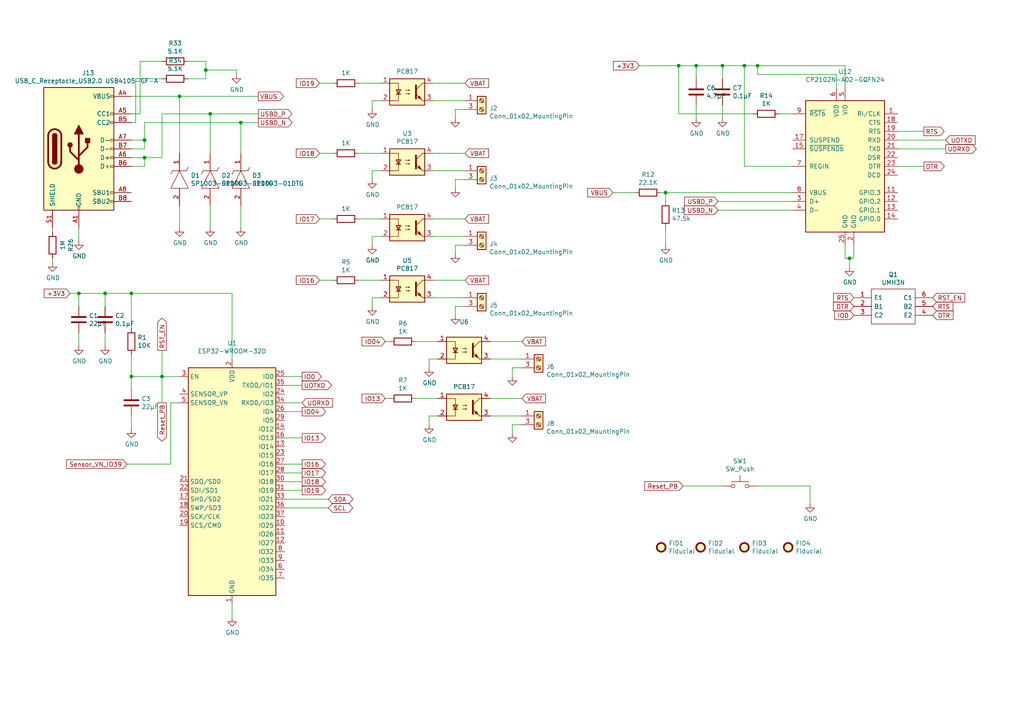
<source format=kicad_sch>
(kicad_sch (version 20230121) (generator eeschema)
  (paper "A4")
  (title_block (title "Testboard V2.3") (date "2021-12-11") (rev "V0.2") (company "Ratamuse"))
  (lib_symbols
    (symbol "Connector:USB_C_Receptacle_USB2.0" (pin_names (offset 1.016))
      (property "Reference" "J" (at -10.16 19.05 0))
      (property "Value" "USB_C_Receptacle_USB2.0" (at 19.05 19.05 0))
      (symbol "USB_C_Receptacle_USB2.0_0_0"
        (rectangle (start -0.254 -17.78) (end 0.254 -16.764))
        (rectangle (start 10.16 -14.986) (end 9.144 -15.494))
        (rectangle (start 10.16 -12.446) (end 9.144 -12.954))
        (rectangle (start 10.16 -4.826) (end 9.144 -5.334))
        (rectangle (start 10.16 -2.286) (end 9.144 -2.794))
        (rectangle (start 10.16 0.254) (end 9.144 -0.254))
        (rectangle (start 10.16 2.794) (end 9.144 2.286))
        (rectangle (start 10.16 7.874) (end 9.144 7.366))
        (rectangle (start 10.16 10.414) (end 9.144 9.906))
        (rectangle (start 10.16 15.494) (end 9.144 14.986))
      )
      (symbol "USB_C_Receptacle_USB2.0_0_1"
        (rectangle (start -10.16 17.78) (end 10.16 -17.78) (stroke (width 0.254)) (fill (type background)))
        (arc (start -8.89 -3.81) (mid -6.985 -5.7067) (end -5.08 -3.81) (stroke (width 0.508)))
        (arc (start -7.62 -3.81) (mid -6.985 -4.4423) (end -6.35 -3.81) (stroke (width 0.254)))
        (arc (start -7.62 -3.81) (mid -6.985 -4.4423) (end -6.35 -3.81) (stroke (width 0.254)) (fill (type outline)))
        (rectangle (start -7.62 -3.81) (end -6.35 3.81) (stroke (width 0.254)) (fill (type outline)))
        (arc (start -6.35 3.81) (mid -6.985 4.4423) (end -7.62 3.81) (stroke (width 0.254)))
        (arc (start -6.35 3.81) (mid -6.985 4.4423) (end -7.62 3.81) (stroke (width 0.254)) (fill (type outline)))
        (arc (start -5.08 3.81) (mid -6.985 5.7067) (end -8.89 3.81) (stroke (width 0.508)))
        (circle (center -2.54 1.143) (radius 0.635) (stroke (width 0.254)) (fill (type outline)))
        (circle (center 0 -5.842) (radius 1.27) (fill (type outline)))
        (polyline (pts (xy -8.89 -3.81) (xy -8.89 3.81)) (stroke (width 0.508)))
        (polyline (pts (xy -5.08 3.81) (xy -5.08 -3.81)) (stroke (width 0.508)))
        (polyline (pts (xy 0 -5.842) (xy 0 4.318)) (stroke (width 0.508)))
        (polyline (pts (xy 0 -3.302) (xy -2.54 -0.762) (xy -2.54 0.508)) (stroke (width 0.508)))
        (polyline (pts (xy 0 -2.032) (xy 2.54 0.508) (xy 2.54 1.778)) (stroke (width 0.508)))
        (polyline (pts (xy -1.27 4.318) (xy 0 6.858) (xy 1.27 4.318) (xy -1.27 4.318)) (stroke (width 0.254)) (fill (type outline)))
        (rectangle (start 1.905 1.778) (end 3.175 3.048) (stroke (width 0.254)) (fill (type outline)))
      )
      (symbol "USB_C_Receptacle_USB2.0_1_1"
        (pin passive line (at 0 -22.86 90) (length 5.08) (name "GND") (number "A1"))
        (pin passive line (at 0 -22.86 90) (length 5.08) hide (name "GND") (number "A12"))
        (pin passive line (at 15.24 15.24 180) (length 5.08) (name "VBUS") (number "A4"))
        (pin bidirectional line (at 15.24 10.16 180) (length 5.08) (name "CC1") (number "A5"))
        (pin bidirectional line (at 15.24 -2.54 180) (length 5.08) (name "D+") (number "A6"))
        (pin bidirectional line (at 15.24 2.54 180) (length 5.08) (name "D-") (number "A7"))
        (pin bidirectional line (at 15.24 -12.7 180) (length 5.08) (name "SBU1") (number "A8"))
        (pin passive line (at 15.24 15.24 180) (length 5.08) hide (name "VBUS") (number "A9"))
        (pin passive line (at 0 -22.86 90) (length 5.08) hide (name "GND") (number "B1"))
        (pin passive line (at 0 -22.86 90) (length 5.08) hide (name "GND") (number "B12"))
        (pin passive line (at 15.24 15.24 180) (length 5.08) hide (name "VBUS") (number "B4"))
        (pin bidirectional line (at 15.24 7.62 180) (length 5.08) (name "CC2") (number "B5"))
        (pin bidirectional line (at 15.24 -5.08 180) (length 5.08) (name "D+") (number "B6"))
        (pin bidirectional line (at 15.24 0 180) (length 5.08) (name "D-") (number "B7"))
        (pin bidirectional line (at 15.24 -15.24 180) (length 5.08) (name "SBU2") (number "B8"))
        (pin passive line (at 15.24 15.24 180) (length 5.08) hide (name "VBUS") (number "B9"))
        (pin passive line (at -7.62 -22.86 90) (length 5.08) (name "SHIELD") (number "S1"))
      )
    )
    (symbol "Device:C" (pin_numbers hide) (pin_names (offset 0.254))
      (property "Reference" "C" (at 0.635 2.54 0))
      (property "Value" "C" (at 0.635 -2.54 0))
      (symbol "C_0_1"
        (polyline (pts (xy -2.032 -0.762) (xy 2.032 -0.762)) (stroke (width 0.508)))
        (polyline (pts (xy -2.032 0.762) (xy 2.032 0.762)) (stroke (width 0.508)))
      )
      (symbol "C_1_1"
        (pin passive line (at 0 3.81 270) (length 2.794) (name "~") (number "1"))
        (pin passive line (at 0 -3.81 90) (length 2.794) (name "~") (number "2"))
      )
    )
    (symbol "Device:R" (pin_numbers hide) (pin_names (offset 0))
      (property "Reference" "R" (at 2.032 0 90))
      (property "Value" "R" (at 0 0 90))
      (symbol "R_0_1"
        (rectangle (start -1.016 -2.54) (end 1.016 2.54) (stroke (width 0.254)))
      )
      (symbol "R_1_1"
        (pin passive line (at 0 3.81 270) (length 1.27) (name "~") (number "1"))
        (pin passive line (at 0 -3.81 90) (length 1.27) (name "~") (number "2"))
      )
    )
    (symbol "Harpe_ESP32-rescue:CP2102N-A01-GQFN24-Interface_USB" (pin_names (offset 1.016))
      (property "Reference" "U" (at -5.08 22.225 0))
      (property "Value" "Interface_USB_CP2102N-A01-GQFN24" (at -5.08 20.32 0))
      (symbol "CP2102N-A01-GQFN24-Interface_USB_0_1"
        (rectangle (start -11.43 19.05) (end 11.43 -19.05) (stroke (width 0.254)) (fill (type background)))
      )
      (symbol "CP2102N-A01-GQFN24-Interface_USB_1_1"
        (pin bidirectional line (at 15.24 15.24 180) (length 3.81) (name "RI/CLK") (number "1"))
        (pin no_connect line (at 10.16 -22.86 90) (length 3.81) hide (name "NC") (number "10"))
        (pin bidirectional line (at 15.24 -7.62 180) (length 3.81) (name "GPIO.3") (number "11"))
        (pin bidirectional line (at 15.24 -10.16 180) (length 3.81) (name "GPIO.2") (number "12"))
        (pin bidirectional line (at 15.24 -12.7 180) (length 3.81) (name "GPIO.1") (number "13"))
        (pin bidirectional line (at 15.24 -15.24 180) (length 3.81) (name "GPIO.0") (number "14"))
        (pin output line (at -15.24 5.08 0) (length 3.81) (name "~{SUSPENDb}") (number "15"))
        (pin no_connect line (at 7.62 -22.86 90) (length 3.81) hide (name "NC") (number "16"))
        (pin output line (at -15.24 7.62 0) (length 3.81) (name "SUSPEND") (number "17"))
        (pin input line (at 15.24 12.7 180) (length 3.81) (name "CTS") (number "18"))
        (pin output line (at 15.24 10.16 180) (length 3.81) (name "RTS") (number "19"))
        (pin power_in line (at 2.54 -22.86 90) (length 3.81) (name "GND") (number "2"))
        (pin input line (at 15.24 7.62 180) (length 3.81) (name "RXD") (number "20"))
        (pin output line (at 15.24 5.08 180) (length 3.81) (name "TXD") (number "21"))
        (pin input line (at 15.24 2.54 180) (length 3.81) (name "DSR") (number "22"))
        (pin output line (at 15.24 0 180) (length 3.81) (name "DTR") (number "23"))
        (pin input line (at 15.24 -2.54 180) (length 3.81) (name "DCD") (number "24"))
        (pin power_in line (at 0 -22.86 90) (length 3.81) (name "GND") (number "25"))
        (pin bidirectional line (at -15.24 -10.16 0) (length 3.81) (name "D+") (number "3"))
        (pin bidirectional line (at -15.24 -12.7 0) (length 3.81) (name "D-") (number "4"))
        (pin power_in line (at 0 22.86 270) (length 3.81) (name "VIO") (number "5"))
        (pin power_in line (at -2.54 22.86 270) (length 3.81) (name "VDD") (number "6"))
        (pin power_in line (at -15.24 0 0) (length 3.81) (name "REGIN") (number "7"))
        (pin input line (at -15.24 -7.62 0) (length 3.81) (name "VBUS") (number "8"))
        (pin input line (at -15.24 15.24 0) (length 3.81) (name "~{RSTb}") (number "9"))
      )
    )
    (symbol "Isolator:PC817" (pin_names (offset 1.016))
      (property "Reference" "U" (at -5.08 5.08 0))
      (property "Value" "PC817" (at 0 5.08 0))
      (symbol "PC817_0_1"
        (rectangle (start -5.08 3.81) (end 5.08 -3.81) (stroke (width 0.254)) (fill (type background)))
        (polyline (pts (xy -3.175 -0.635) (xy -1.905 -0.635)) (stroke (width 0.254)))
        (polyline (pts (xy 2.54 0.635) (xy 4.445 2.54)))
        (polyline (pts (xy 4.445 -2.54) (xy 2.54 -0.635)) (fill (type outline)))
        (polyline (pts (xy 4.445 -2.54) (xy 5.08 -2.54)))
        (polyline (pts (xy 4.445 2.54) (xy 5.08 2.54)))
        (polyline (pts (xy -5.08 2.54) (xy -2.54 2.54) (xy -2.54 -0.635)))
        (polyline (pts (xy -2.54 -0.635) (xy -2.54 -2.54) (xy -5.08 -2.54)))
        (polyline (pts (xy 2.54 1.905) (xy 2.54 -1.905) (xy 2.54 -1.905)) (stroke (width 0.508)))
        (polyline (pts (xy -2.54 -0.635) (xy -3.175 0.635) (xy -1.905 0.635) (xy -2.54 -0.635)) (stroke (width 0.254)))
        (polyline (pts (xy -0.508 -0.508) (xy 0.762 -0.508) (xy 0.381 -0.635) (xy 0.381 -0.381) (xy 0.762 -0.508)))
        (polyline (pts (xy -0.508 0.508) (xy 0.762 0.508) (xy 0.381 0.381) (xy 0.381 0.635) (xy 0.762 0.508)))
        (polyline (pts (xy 3.048 -1.651) (xy 3.556 -1.143) (xy 4.064 -2.159) (xy 3.048 -1.651) (xy 3.048 -1.651)) (fill (type outline)))
      )
      (symbol "PC817_1_1"
        (pin passive line (at -7.62 2.54 0) (length 2.54) (name "~") (number "1"))
        (pin passive line (at -7.62 -2.54 0) (length 2.54) (name "~") (number "2"))
        (pin passive line (at 7.62 -2.54 180) (length 2.54) (name "~") (number "3"))
        (pin passive line (at 7.62 2.54 180) (length 2.54) (name "~") (number "4"))
      )
    )
    (symbol "Mechanical:Fiducial"
      (property "Reference" "FID" (at 0 5.08 0))
      (property "Value" "Fiducial" (at 0 3.175 0))
      (symbol "Fiducial_0_1"
        (circle (center 0 0) (radius 1.27) (stroke (width 0.508)) (fill (type background)))
      )
    )
    (symbol "RF_Module:ESP32-WROOM-32D"
      (property "Reference" "U" (at -12.7 34.29 0))
      (property "Value" "ESP32-WROOM-32D" (at 1.27 34.29 0))
      (symbol "ESP32-WROOM-32D_0_1"
        (rectangle (start -12.7 33.02) (end 12.7 -33.02) (stroke (width 0.254)) (fill (type background)))
      )
      (symbol "ESP32-WROOM-32D_1_1"
        (pin power_in line (at 0 -35.56 90) (length 2.54) (name "GND") (number "1"))
        (pin bidirectional line (at 15.24 -12.7 180) (length 2.54) (name "IO25") (number "10"))
        (pin bidirectional line (at 15.24 -15.24 180) (length 2.54) (name "IO26") (number "11"))
        (pin bidirectional line (at 15.24 -17.78 180) (length 2.54) (name "IO27") (number "12"))
        (pin bidirectional line (at 15.24 10.16 180) (length 2.54) (name "IO14") (number "13"))
        (pin bidirectional line (at 15.24 15.24 180) (length 2.54) (name "IO12") (number "14"))
        (pin passive line (at 0 -35.56 90) (length 2.54) hide (name "GND") (number "15"))
        (pin bidirectional line (at 15.24 12.7 180) (length 2.54) (name "IO13") (number "16"))
        (pin bidirectional line (at -15.24 -5.08 0) (length 2.54) (name "SHD/SD2") (number "17"))
        (pin bidirectional line (at -15.24 -7.62 0) (length 2.54) (name "SWP/SD3") (number "18"))
        (pin bidirectional line (at -15.24 -12.7 0) (length 2.54) (name "SCS/CMD") (number "19"))
        (pin power_in line (at 0 35.56 270) (length 2.54) (name "VDD") (number "2"))
        (pin bidirectional line (at -15.24 -10.16 0) (length 2.54) (name "SCK/CLK") (number "20"))
        (pin bidirectional line (at -15.24 0 0) (length 2.54) (name "SDO/SD0") (number "21"))
        (pin bidirectional line (at -15.24 -2.54 0) (length 2.54) (name "SDI/SD1") (number "22"))
        (pin bidirectional line (at 15.24 7.62 180) (length 2.54) (name "IO15") (number "23"))
        (pin bidirectional line (at 15.24 25.4 180) (length 2.54) (name "IO2") (number "24"))
        (pin bidirectional line (at 15.24 30.48 180) (length 2.54) (name "IO0") (number "25"))
        (pin bidirectional line (at 15.24 20.32 180) (length 2.54) (name "IO4") (number "26"))
        (pin bidirectional line (at 15.24 5.08 180) (length 2.54) (name "IO16") (number "27"))
        (pin bidirectional line (at 15.24 2.54 180) (length 2.54) (name "IO17") (number "28"))
        (pin bidirectional line (at 15.24 17.78 180) (length 2.54) (name "IO5") (number "29"))
        (pin input line (at -15.24 30.48 0) (length 2.54) (name "EN") (number "3"))
        (pin bidirectional line (at 15.24 0 180) (length 2.54) (name "IO18") (number "30"))
        (pin bidirectional line (at 15.24 -2.54 180) (length 2.54) (name "IO19") (number "31"))
        (pin no_connect line (at -12.7 -27.94 0) (length 2.54) hide (name "NC") (number "32"))
        (pin bidirectional line (at 15.24 -5.08 180) (length 2.54) (name "IO21") (number "33"))
        (pin bidirectional line (at 15.24 22.86 180) (length 2.54) (name "RXD0/IO3") (number "34"))
        (pin bidirectional line (at 15.24 27.94 180) (length 2.54) (name "TXD0/IO1") (number "35"))
        (pin bidirectional line (at 15.24 -7.62 180) (length 2.54) (name "IO22") (number "36"))
        (pin bidirectional line (at 15.24 -10.16 180) (length 2.54) (name "IO23") (number "37"))
        (pin passive line (at 0 -35.56 90) (length 2.54) hide (name "GND") (number "38"))
        (pin passive line (at 0 -35.56 90) (length 2.54) hide (name "GND") (number "39"))
        (pin input line (at -15.24 25.4 0) (length 2.54) (name "SENSOR_VP") (number "4"))
        (pin input line (at -15.24 22.86 0) (length 2.54) (name "SENSOR_VN") (number "5"))
        (pin input line (at 15.24 -25.4 180) (length 2.54) (name "IO34") (number "6"))
        (pin input line (at 15.24 -27.94 180) (length 2.54) (name "IO35") (number "7"))
        (pin bidirectional line (at 15.24 -20.32 180) (length 2.54) (name "IO32") (number "8"))
        (pin bidirectional line (at 15.24 -22.86 180) (length 2.54) (name "IO33") (number "9"))
      )
    )
    (symbol "SP1003-01DTG:SP1003-01DTG" (pin_names (offset 0.762))
      (property "Reference" "D" (at 10.16 8.89 0))
      (property "Value" "SP1003-01DTG" (at 10.16 6.35 0))
      (symbol "SP1003-01DTG_0_0"
        (pin passive line (at 0 0 0) (length 5.08) (name "~") (number "1"))
        (pin passive line (at 15.24 0 180) (length 5.08) (name "~") (number "2"))
      )
      (symbol "SP1003-01DTG_0_1"
        (polyline (pts (xy 4.064 2.54) (xy 5.08 2.032)) (stroke (width 0.1524)))
        (polyline (pts (xy 5.08 -2.032) (xy 5.08 2.032)) (stroke (width 0.1524)))
        (polyline (pts (xy 5.08 -2.032) (xy 6.096 -2.54)) (stroke (width 0.1524)))
        (polyline (pts (xy 5.08 0) (xy 10.16 2.54) (xy 10.16 -2.54) (xy 5.08 0)) (stroke (width 0.1524)))
      )
    )
    (symbol "Screw_Terminal_01x02_1" (pin_names (offset 1.016) hide)
      (property "Reference" "J2" (at 2.2352 -2.1844 0))
      (property "Value" "Conn_01x02_MountingPin" (at 2.2352 -4.4958 0))
      (symbol "Screw_Terminal_01x02_1_1_1"
        (rectangle (start -1.27 1.27) (end 1.27 -3.81) (stroke (width 0.254)) (fill (type background)))
        (circle (center 0 -2.54) (radius 0.635) (stroke (width 0.1524)))
        (polyline (pts (xy -0.5334 -2.2098) (xy 0.3302 -3.048)) (stroke (width 0.1524)))
        (polyline (pts (xy -0.5334 0.3302) (xy 0.3302 -0.508)) (stroke (width 0.1524)))
        (polyline (pts (xy -0.3556 -2.032) (xy 0.508 -2.8702)) (stroke (width 0.1524)))
        (polyline (pts (xy -0.3556 0.508) (xy 0.508 -0.3302)) (stroke (width 0.1524)))
        (circle (center 0 0) (radius 0.635) (stroke (width 0.1524)))
        (pin passive line (at -5.08 0 0) (length 3.81) (name "Pin_1") (number "1"))
        (pin passive line (at -5.08 -2.54 0) (length 3.81) (name "Pin_3") (number "3"))
      )
    )
    (symbol "Switch:SW_Push" (pin_numbers hide) (pin_names (offset 1.016) hide)
      (property "Reference" "SW" (at 1.27 2.54 0))
      (property "Value" "SW_Push" (at 0 -1.524 0))
      (symbol "SW_Push_0_1"
        (circle (center -2.032 0) (radius 0.508))
        (polyline (pts (xy 0 1.27) (xy 0 3.048)))
        (polyline (pts (xy 2.54 1.27) (xy -2.54 1.27)))
        (circle (center 2.032 0) (radius 0.508))
        (pin passive line (at -5.08 0 0) (length 2.54) (name "1") (number "1"))
        (pin passive line (at 5.08 0 180) (length 2.54) (name "2") (number "2"))
      )
    )
    (symbol "UMH3N:UMH3N" (pin_names (offset 0.762))
      (property "Reference" "Q" (at 19.05 7.62 0))
      (property "Value" "UMH3N" (at 19.05 5.08 0))
      (symbol "UMH3N_0_0"
        (pin unspecified line (at 0 0 0) (length 5.08) (name "E1") (number "1"))
        (pin unspecified line (at 0 -2.54 0) (length 5.08) (name "B1") (number "2"))
        (pin unspecified line (at 0 -5.08 0) (length 5.08) (name "C2") (number "3"))
        (pin unspecified line (at 22.86 -5.08 180) (length 5.08) (name "E2") (number "4"))
        (pin unspecified line (at 22.86 -2.54 180) (length 5.08) (name "B2") (number "5"))
        (pin unspecified line (at 22.86 0 180) (length 5.08) (name "C1") (number "6"))
      )
      (symbol "UMH3N_0_1"
        (polyline (pts (xy 5.08 2.54) (xy 17.78 2.54) (xy 17.78 -7.62) (xy 5.08 -7.62) (xy 5.08 2.54)) (stroke (width 0.1524)))
      )
    )
    (symbol "power:GND" (power) (pin_names (offset 0))
      (property "Value" "GND" (at 0 -3.81 0))
      (symbol "GND_0_1"
        (polyline (pts (xy 0 0) (xy 0 -1.27) (xy 1.27 -1.27) (xy 0 -2.54) (xy -1.27 -1.27) (xy 0 -1.27)))
      )
      (symbol "GND_1_1"
        (pin power_in line (at 0 0 270) (length 0) hide (name "GND") (number "1"))
      )
    )
  )
  (junction (at 193.04 55.88))
  (junction (at 38.1 109.22))
  (junction (at 41.91 45.72))
  (junction (at 219.71 19.05))
  (junction (at 30.48 85.09))
  (junction (at 201.93 19.05))
  (junction (at 215.9 19.05))
  (junction (at 38.1 85.09))
  (junction (at 69.85 35.56))
  (junction (at 246.38 74.93))
  (junction (at 52.07 27.94))
  (junction (at 46.99 109.22))
  (junction (at 196.85 19.05))
  (junction (at 209.55 19.05))
  (junction (at 59.69 20.32))
  (junction (at 22.86 85.09))
  (junction (at 41.91 40.64))
  (junction (at 60.96 33.02))
  (wire (pts (xy 39.37 22.86) (xy 46.99 22.86)))
  (wire (pts (xy 60.96 33.02) (xy 74.93 33.02)))
  (wire (pts (xy 69.85 35.56) (xy 74.93 35.56)))
  (wire (pts (xy 193.04 55.88) (xy 193.04 58.42)))
  (wire (pts (xy 22.86 96.52) (xy 22.86 100.33)))
  (wire (pts (xy 38.1 33.02) (xy 40.64 33.02)))
  (wire (pts (xy 125.73 24.13) (xy 134.874 24.13)))
  (wire (pts (xy 260.35 48.26) (xy 267.97 48.26)))
  (wire (pts (xy 110.49 49.53) (xy 107.95 49.53)))
  (wire (pts (xy 40.64 17.78) (xy 46.99 17.78)))
  (wire (pts (xy 185.42 19.05) (xy 196.85 19.05)))
  (wire (pts (xy 242.57 21.59) (xy 219.71 21.59)))
  (wire (pts (xy 215.9 19.05) (xy 215.9 48.26)))
  (wire (pts (xy 22.86 85.09) (xy 22.86 88.9)))
  (wire (pts (xy 110.49 68.58) (xy 107.95 68.58)))
  (wire (pts (xy 245.11 25.4) (xy 245.11 19.05)))
  (wire (pts (xy 196.85 33.02) (xy 196.85 19.05)))
  (wire (pts (xy 68.58 20.32) (xy 68.58 21.59)))
  (wire (pts (xy 107.95 29.21) (xy 107.95 31.75)))
  (wire (pts (xy 245.11 19.05) (xy 219.71 19.05)))
  (wire (pts (xy 110.49 29.21) (xy 107.95 29.21)))
  (wire (pts (xy 134.62 88.9) (xy 132.08 88.9)))
  (wire (pts (xy 132.08 31.75) (xy 132.08 34.29)))
  (wire (pts (xy 120.65 99.06) (xy 127 99.06)))
  (wire (pts (xy 60.96 44.45) (xy 60.96 33.02)))
  (wire (pts (xy 229.87 60.96) (xy 208.28 60.96)))
  (wire (pts (xy 151.13 104.14) (xy 142.24 104.14)))
  (wire (pts (xy 59.69 17.78) (xy 54.61 17.78)))
  (wire (pts (xy 49.53 116.84) (xy 49.53 134.62)))
  (wire (pts (xy 41.91 43.18) (xy 38.1 43.18)))
  (wire (pts (xy 104.14 81.28) (xy 110.49 81.28)))
  (wire (pts (xy 201.93 30.48) (xy 201.93 34.29)))
  (wire (pts (xy 125.73 44.45) (xy 134.874 44.45)))
  (wire (pts (xy 82.55 127) (xy 87.63 127)))
  (wire (pts (xy 177.8 55.88) (xy 184.15 55.88)))
  (wire (pts (xy 38.1 45.72) (xy 41.91 45.72)))
  (wire (pts (xy 260.35 38.1) (xy 267.97 38.1)))
  (wire (pts (xy 40.64 17.78) (xy 40.64 33.02)))
  (wire (pts (xy 104.14 24.13) (xy 110.49 24.13)))
  (wire (pts (xy 247.65 74.93) (xy 247.65 71.12)))
  (wire (pts (xy 209.55 19.05) (xy 209.55 22.86)))
  (wire (pts (xy 125.73 63.5) (xy 134.874 63.5)))
  (wire (pts (xy 209.55 19.05) (xy 215.9 19.05)))
  (wire (pts (xy 54.61 22.86) (xy 59.69 22.86)))
  (wire (pts (xy 49.53 134.62) (xy 36.83 134.62)))
  (wire (pts (xy 110.49 86.36) (xy 107.95 86.36)))
  (wire (pts (xy 148.59 123.19) (xy 148.59 125.73)))
  (wire (pts (xy 38.1 120.65) (xy 38.1 124.46)))
  (wire (pts (xy 69.85 44.45) (xy 69.85 35.56)))
  (wire (pts (xy 82.55 147.32) (xy 95.25 147.32)))
  (wire (pts (xy 198.12 140.97) (xy 209.55 140.97)))
  (wire (pts (xy 104.14 63.5) (xy 110.49 63.5)))
  (wire (pts (xy 124.46 104.14) (xy 124.46 106.68)))
  (wire (pts (xy 67.31 175.26) (xy 67.31 179.07)))
  (wire (pts (xy 59.69 20.32) (xy 68.58 20.32)))
  (wire (pts (xy 92.71 44.45) (xy 96.52 44.45)))
  (wire (pts (xy 38.1 35.56) (xy 39.37 35.56)))
  (wire (pts (xy 246.38 74.93) (xy 246.38 77.47)))
  (wire (pts (xy 38.1 109.22) (xy 38.1 113.03)))
  (wire (pts (xy 69.85 59.69) (xy 69.85 66.04)))
  (wire (pts (xy 191.77 55.88) (xy 193.04 55.88)))
  (wire (pts (xy 127 120.65) (xy 124.46 120.65)))
  (wire (pts (xy 82.55 134.62) (xy 87.63 134.62)))
  (wire (pts (xy 82.55 144.78) (xy 95.25 144.78)))
  (wire (pts (xy 209.55 19.05) (xy 201.93 19.05)))
  (wire (pts (xy 59.69 20.32) (xy 59.69 17.78)))
  (wire (pts (xy 67.31 104.14) (xy 67.31 85.09)))
  (wire (pts (xy 38.1 85.09) (xy 67.31 85.09)))
  (wire (pts (xy 132.08 71.12) (xy 132.08 73.66)))
  (wire (pts (xy 246.38 74.93) (xy 247.65 74.93)))
  (wire (pts (xy 41.91 40.64) (xy 41.91 43.18)))
  (wire (pts (xy 219.71 140.97) (xy 234.95 140.97)))
  (wire (pts (xy 111.76 115.57) (xy 113.03 115.57)))
  (wire (pts (xy 20.32 85.09) (xy 22.86 85.09)))
  (wire (pts (xy 209.55 30.48) (xy 209.55 34.29)))
  (wire (pts (xy 111.76 99.06) (xy 113.03 99.06)))
  (wire (pts (xy 132.08 52.07) (xy 132.08 54.61)))
  (wire (pts (xy 38.1 102.87) (xy 38.1 109.22)))
  (wire (pts (xy 151.13 106.68) (xy 148.59 106.68)))
  (wire (pts (xy 142.24 99.06) (xy 151.384 99.06)))
  (wire (pts (xy 82.55 119.38) (xy 87.63 119.38)))
  (wire (pts (xy 22.86 66.04) (xy 22.86 69.85)))
  (wire (pts (xy 46.99 101.6) (xy 46.99 109.22)))
  (wire (pts (xy 52.07 59.69) (xy 52.07 66.04)))
  (wire (pts (xy 52.07 44.45) (xy 52.07 27.94)))
  (wire (pts (xy 46.99 33.02) (xy 60.96 33.02)))
  (wire (pts (xy 242.57 25.4) (xy 242.57 21.59)))
  (wire (pts (xy 245.11 74.93) (xy 246.38 74.93)))
  (wire (pts (xy 38.1 27.94) (xy 52.07 27.94)))
  (wire (pts (xy 15.24 76.2) (xy 15.24 74.93)))
  (wire (pts (xy 234.95 140.97) (xy 234.95 146.05)))
  (wire (pts (xy 60.96 59.69) (xy 60.96 66.04)))
  (wire (pts (xy 134.62 86.36) (xy 125.73 86.36)))
  (wire (pts (xy 125.73 81.28) (xy 134.874 81.28)))
  (wire (pts (xy 151.13 123.19) (xy 148.59 123.19)))
  (wire (pts (xy 107.95 86.36) (xy 107.95 88.9)))
  (wire (pts (xy 134.62 68.58) (xy 125.73 68.58)))
  (wire (pts (xy 52.07 27.94) (xy 74.93 27.94)))
  (wire (pts (xy 46.99 109.22) (xy 46.99 116.84)))
  (wire (pts (xy 124.46 120.65) (xy 124.46 123.19)))
  (wire (pts (xy 134.62 29.21) (xy 125.73 29.21)))
  (wire (pts (xy 92.71 63.5) (xy 96.52 63.5)))
  (wire (pts (xy 41.91 45.72) (xy 46.99 45.72)))
  (wire (pts (xy 142.24 115.57) (xy 151.384 115.57)))
  (wire (pts (xy 82.55 142.24) (xy 87.63 142.24)))
  (wire (pts (xy 41.91 48.26) (xy 38.1 48.26)))
  (wire (pts (xy 22.86 85.09) (xy 30.48 85.09)))
  (wire (pts (xy 46.99 45.72) (xy 46.99 33.02)))
  (wire (pts (xy 92.71 24.13) (xy 96.52 24.13)))
  (wire (pts (xy 148.59 106.68) (xy 148.59 109.22)))
  (wire (pts (xy 30.48 85.09) (xy 38.1 85.09)))
  (wire (pts (xy 87.63 116.84) (xy 82.55 116.84)))
  (wire (pts (xy 82.55 109.22) (xy 87.63 109.22)))
  (wire (pts (xy 52.07 109.22) (xy 46.99 109.22)))
  (wire (pts (xy 219.71 21.59) (xy 219.71 19.05)))
  (wire (pts (xy 82.55 139.7) (xy 87.63 139.7)))
  (wire (pts (xy 134.62 71.12) (xy 132.08 71.12)))
  (wire (pts (xy 52.07 116.84) (xy 49.53 116.84)))
  (wire (pts (xy 151.13 120.65) (xy 142.24 120.65)))
  (wire (pts (xy 127 104.14) (xy 124.46 104.14)))
  (wire (pts (xy 38.1 40.64) (xy 41.91 40.64)))
  (wire (pts (xy 245.11 71.12) (xy 245.11 74.93)))
  (wire (pts (xy 41.91 40.64) (xy 41.91 35.56)))
  (wire (pts (xy 41.91 35.56) (xy 69.85 35.56)))
  (wire (pts (xy 120.65 115.57) (xy 127 115.57)))
  (wire (pts (xy 38.1 85.09) (xy 38.1 95.25)))
  (wire (pts (xy 107.95 49.53) (xy 107.95 52.07)))
  (wire (pts (xy 59.69 22.86) (xy 59.69 20.32)))
  (wire (pts (xy 39.37 35.56) (xy 39.37 22.86)))
  (wire (pts (xy 196.85 33.02) (xy 218.44 33.02)))
  (wire (pts (xy 46.99 109.22) (xy 38.1 109.22)))
  (wire (pts (xy 260.35 43.18) (xy 274.32 43.18)))
  (wire (pts (xy 15.24 67.31) (xy 15.24 66.04)))
  (wire (pts (xy 82.55 137.16) (xy 87.63 137.16)))
  (wire (pts (xy 201.93 19.05) (xy 201.93 22.86)))
  (wire (pts (xy 134.62 49.53) (xy 125.73 49.53)))
  (wire (pts (xy 196.85 19.05) (xy 201.93 19.05)))
  (wire (pts (xy 82.55 111.76) (xy 87.63 111.76)))
  (wire (pts (xy 208.28 58.42) (xy 229.87 58.42)))
  (wire (pts (xy 132.08 88.9) (xy 132.08 91.44)))
  (wire (pts (xy 30.48 85.09) (xy 30.48 88.9)))
  (wire (pts (xy 41.91 45.72) (xy 41.91 48.26)))
  (wire (pts (xy 104.14 44.45) (xy 110.49 44.45)))
  (wire (pts (xy 229.87 33.02) (xy 226.06 33.02)))
  (wire (pts (xy 215.9 19.05) (xy 219.71 19.05)))
  (wire (pts (xy 107.95 68.58) (xy 107.95 71.12)))
  (wire (pts (xy 30.48 96.52) (xy 30.48 100.33)))
  (wire (pts (xy 92.71 81.28) (xy 96.52 81.28)))
  (wire (pts (xy 134.62 31.75) (xy 132.08 31.75)))
  (wire (pts (xy 193.04 66.04) (xy 193.04 71.12)))
  (wire (pts (xy 134.62 52.07) (xy 132.08 52.07)))
  (wire (pts (xy 193.04 55.88) (xy 229.87 55.88)))
  (wire (pts (xy 260.35 40.64) (xy 274.32 40.64)))
  (wire (pts (xy 215.9 48.26) (xy 229.87 48.26)))
  (global_label "DTR" (shape output) (at 267.97 48.26 0) (property "Intersheetrefs" "${INTERSHEET_REFS}" (effects hide)))
  (global_label "VBAT" (shape input) (at 151.384 115.57 0) (property "Intersheetrefs" "${INTERSHEET_REFS}" (effects hide)))
  (global_label "IO13" (shape output) (at 87.63 127 0) (property "Intersheetrefs" "${INTERSHEET_REFS}" (effects hide)))
  (global_label "IO19" (shape output) (at 87.63 142.24 0) (property "Intersheetrefs" "${INTERSHEET_REFS}" (effects hide)))
  (global_label "USBD_N" (shape output) (at 74.93 35.56 0) (property "Intersheetrefs" "${INTERSHEET_REFS}" (effects hide)))
  (global_label "IO19" (shape input) (at 92.71 24.13 180) (property "Intersheetrefs" "${INTERSHEET_REFS}" (effects hide)))
  (global_label "UOTXD" (shape output) (at 87.63 111.76 0) (property "Intersheetrefs" "${INTERSHEET_REFS}" (effects hide)))
  (global_label "RTS" (shape input) (at 247.65 86.36 180) (property "Intersheetrefs" "${INTERSHEET_REFS}" (effects hide)))
  (global_label "Sensor_VN_IO39" (shape input) (at 36.83 134.62 180) (property "Intersheetrefs" "${INTERSHEET_REFS}" (effects hide)))
  (global_label "USBD_N" (shape input) (at 208.28 60.96 180) (property "Intersheetrefs" "${INTERSHEET_REFS}" (effects hide)))
  (global_label "RTS" (shape input) (at 270.51 88.9 0) (property "Intersheetrefs" "${INTERSHEET_REFS}" (effects hide)))
  (global_label "+3V3" (shape input) (at 20.32 85.09 180) (property "Intersheetrefs" "${INTERSHEET_REFS}" (effects hide)))
  (global_label "IO04" (shape input) (at 111.76 99.06 180) (property "Intersheetrefs" "${INTERSHEET_REFS}" (effects hide)))
  (global_label "Reset_PB" (shape output) (at 46.99 116.84 270) (property "Intersheetrefs" "${INTERSHEET_REFS}" (effects hide)))
  (global_label "IO16" (shape output) (at 87.63 134.62 0) (property "Intersheetrefs" "${INTERSHEET_REFS}" (effects hide)))
  (global_label "UOTXD" (shape input) (at 274.32 40.64 0) (property "Intersheetrefs" "${INTERSHEET_REFS}" (effects hide)))
  (global_label "VBAT" (shape input) (at 134.874 63.5 0) (property "Intersheetrefs" "${INTERSHEET_REFS}" (effects hide)))
  (global_label "+3V3" (shape input) (at 185.42 19.05 180) (property "Intersheetrefs" "${INTERSHEET_REFS}" (effects hide)))
  (global_label "IO17" (shape output) (at 87.63 137.16 0) (property "Intersheetrefs" "${INTERSHEET_REFS}" (effects hide)))
  (global_label "VBAT" (shape input) (at 134.874 81.28 0) (property "Intersheetrefs" "${INTERSHEET_REFS}" (effects hide)))
  (global_label "UORXD" (shape input) (at 87.63 116.84 0) (property "Intersheetrefs" "${INTERSHEET_REFS}" (effects hide)))
  (global_label "USBD_P" (shape output) (at 74.93 33.02 0) (property "Intersheetrefs" "${INTERSHEET_REFS}" (effects hide)))
  (global_label "IO16" (shape input) (at 92.71 81.28 180) (property "Intersheetrefs" "${INTERSHEET_REFS}" (effects hide)))
  (global_label "IO18" (shape output) (at 87.63 139.7 0) (property "Intersheetrefs" "${INTERSHEET_REFS}" (effects hide)))
  (global_label "RST_EN" (shape input) (at 270.51 86.36 0) (property "Intersheetrefs" "${INTERSHEET_REFS}" (effects hide)))
  (global_label "VBAT" (shape input) (at 134.874 44.45 0) (property "Intersheetrefs" "${INTERSHEET_REFS}" (effects hide)))
  (global_label "VBUS" (shape output) (at 74.93 27.94 0) (property "Intersheetrefs" "${INTERSHEET_REFS}" (effects hide)))
  (global_label "IO04" (shape output) (at 87.63 119.38 0) (property "Intersheetrefs" "${INTERSHEET_REFS}" (effects hide)))
  (global_label "DTR" (shape input) (at 270.51 91.44 0) (property "Intersheetrefs" "${INTERSHEET_REFS}" (effects hide)))
  (global_label "IO18" (shape input) (at 92.71 44.45 180) (property "Intersheetrefs" "${INTERSHEET_REFS}" (effects hide)))
  (global_label "SDA" (shape bidirectional) (at 95.25 144.78 0) (property "Intersheetrefs" "${INTERSHEET_REFS}" (effects hide)))
  (global_label "VBAT" (shape input) (at 134.874 24.13 0) (property "Intersheetrefs" "${INTERSHEET_REFS}" (effects hide)))
  (global_label "RTS" (shape output) (at 267.97 38.1 0) (property "Intersheetrefs" "${INTERSHEET_REFS}" (effects hide)))
  (global_label "VBUS" (shape input) (at 177.8 55.88 180) (property "Intersheetrefs" "${INTERSHEET_REFS}" (effects hide)))
  (global_label "IO0" (shape input) (at 247.65 91.44 180) (property "Intersheetrefs" "${INTERSHEET_REFS}" (effects hide)))
  (global_label "VBAT" (shape input) (at 151.384 99.06 0) (property "Intersheetrefs" "${INTERSHEET_REFS}" (effects hide)))
  (global_label "IO0" (shape output) (at 87.63 109.22 0) (property "Intersheetrefs" "${INTERSHEET_REFS}" (effects hide)))
  (global_label "Reset_PB" (shape input) (at 198.12 140.97 180) (property "Intersheetrefs" "${INTERSHEET_REFS}" (effects hide)))
  (global_label "SCL" (shape bidirectional) (at 95.25 147.32 0) (property "Intersheetrefs" "${INTERSHEET_REFS}" (effects hide)))
  (global_label "IO13" (shape input) (at 111.76 115.57 180) (property "Intersheetrefs" "${INTERSHEET_REFS}" (effects hide)))
  (global_label "DTR" (shape input) (at 247.65 88.9 180) (property "Intersheetrefs" "${INTERSHEET_REFS}" (effects hide)))
  (global_label "IO17" (shape input) (at 92.71 63.5 180) (property "Intersheetrefs" "${INTERSHEET_REFS}" (effects hide)))
  (global_label "USBD_P" (shape input) (at 208.28 58.42 180) (property "Intersheetrefs" "${INTERSHEET_REFS}" (effects hide)))
  (global_label "RST_EN" (shape output) (at 46.99 101.6 90) (property "Intersheetrefs" "${INTERSHEET_REFS}" (effects hide)))
  (global_label "UORXD" (shape output) (at 274.32 43.18 0) (property "Intersheetrefs" "${INTERSHEET_REFS}" (effects hide)))
  (symbol (lib_id "Switch:SW_Push") (at 214.63 140.97 0) (unit 1)
    (property "Reference" "SW1" (at 214.63 133.731 0))
    (property "Value" "SW_Push" (at 214.63 136.0424 0))
    (property "Footprint" "Empreintes:PTS636SL43SMTRLFS" (effects hide))
  )
  (symbol (lib_id "power:GND") (at 234.95 146.05 0) (unit 1)
    (property "Reference" "#PWR0129" (effects hide))
    (property "Value" "GND" (at 235.077 150.4442 0))
  )
  (symbol (lib_id "Harpe_ESP32-rescue:CP2102N-A01-GQFN24-Interface_USB") (at 245.11 48.26 0) (unit 1)
    (property "Reference" "U12" (at 245.11 20.8026 0))
    (property "Value" "CP2102N-A02-GQFN24" (at 245.11 23.114 0))
    (property "Footprint" "Package_DFN_QFN:QFN-24-1EP_4x4mm_P0.5mm_EP2.6x2.6mm" (effects hide))
    (property "Datasheet" "https://www.silabs.com/documents/public/data-sheets/cp2102n-datasheet.pdf" (effects hide))
  )
  (symbol (lib_id "Device:R") (at 222.25 33.02 270) (unit 1)
    (property "Reference" "R14" (at 222.25 27.7622 90))
    (property "Value" "1K" (at 222.25 30.0736 90))
    (property "Footprint" "Resistor_SMD:R_0603_1608Metric" (effects hide))
  )
  (symbol (lib_id "power:GND") (at 201.93 34.29 0) (unit 1)
    (property "Reference" "#PWR0105" (effects hide))
    (property "Value" "GND" (at 202.057 38.6842 0))
  )
  (symbol (lib_id "power:GND") (at 209.55 34.29 0) (unit 1)
    (property "Reference" "#PWR0106" (effects hide))
    (property "Value" "GND" (at 209.677 38.6842 0))
  )
  (symbol (lib_id "Device:C") (at 201.93 26.67 0) (unit 1)
    (property "Reference" "C6" (at 204.851 25.5016 0) (effects (justify left)))
    (property "Value" "4.7µF" (at 204.851 27.813 0) (effects (justify left)))
    (property "Footprint" "Capacitor_SMD:C_0805_2012Metric" (effects hide))
  )
  (symbol (lib_id "Device:C") (at 209.55 26.67 0) (unit 1)
    (property "Reference" "C7" (at 212.471 25.5016 0) (effects (justify left)))
    (property "Value" "0.1µF" (at 212.471 27.813 0) (effects (justify left)))
    (property "Footprint" "Capacitor_SMD:C_0603_1608Metric" (effects hide))
  )
  (symbol (lib_id "Device:R") (at 187.96 55.88 270) (unit 1)
    (property "Reference" "R12" (at 187.96 50.6222 90))
    (property "Value" "22.1K" (at 187.96 52.9336 90))
    (property "Footprint" "Resistor_SMD:R_0603_1608Metric" (effects hide))
  )
  (symbol (lib_id "Device:R") (at 193.04 62.23 180) (unit 1)
    (property "Reference" "R13" (at 194.818 61.0616 0) (effects (justify right)))
    (property "Value" "47.5k" (at 194.818 63.373 0) (effects (justify right)))
    (property "Footprint" "Resistor_SMD:R_0603_1608Metric" (effects hide))
  )
  (symbol (lib_id "power:GND") (at 193.04 71.12 0) (unit 1)
    (property "Reference" "#PWR0108" (effects hide))
    (property "Value" "GND" (at 193.167 75.5142 0))
  )
  (symbol (lib_id "power:GND") (at 246.38 77.47 0) (unit 1)
    (property "Reference" "#PWR0109" (effects hide))
    (property "Value" "GND" (at 246.507 81.8642 0))
  )
  (symbol (lib_id "UMH3N:UMH3N") (at 247.65 86.36 0) (unit 1)
    (property "Reference" "Q1" (at 259.08 79.629 0))
    (property "Value" "UMH3N" (at 259.08 81.9404 0))
    (property "Footprint" "Package_TO_SOT_SMD:SOT-363_SC-70-6" (effects hide))
    (property "Datasheet" "https://datasheet.lcsc.com/szlcsc/Changjiang-Electronics-Tech-CJ-UMH3N_C62892.pdf" (effects hide))
    (property "Description" "2 NPN pre-biased (Dual) 100mA 50V SC-70-6(SOT-363) Digital Transistors RoHS" (effects hide))
    (property "Height" "1.1" (effects hide))
    (property "Manufacturer_Name" "Changjiang Electronics Tech (CJ)" (effects hide))
    (property "Manufacturer_Part_Number" "UMH3N" (effects hide))
  )
  (symbol (lib_id "RF_Module:ESP32-WROOM-32D") (at 67.31 139.7 0) (unit 1)
    (property "Reference" "U1" (at 67.31 99.5426 0))
    (property "Value" "ESP32-WROOM-32D" (at 67.31 101.854 0))
    (property "Footprint" "Empreintes:ESP32WROOM32EM113EH2800PH3Q0" (effects hide))
    (property "Datasheet" "https://www.espressif.com/sites/default/files/documentation/esp32-wroom-32d_esp32-wroom-32u_datasheet_en.pdf" (effects hide))
  )
  (symbol (lib_id "power:GND") (at 22.86 100.33 0) (unit 1)
    (property "Reference" "#PWR0115" (effects hide))
    (property "Value" "GND" (at 22.987 104.7242 0))
  )
  (symbol (lib_id "Device:C") (at 30.48 92.71 0) (unit 1)
    (property "Reference" "C2" (at 33.401 91.5416 0) (effects (justify left)))
    (property "Value" "0.1µF" (at 33.401 93.853 0) (effects (justify left)))
    (property "Footprint" "Capacitor_SMD:C_0603_1608Metric" (effects hide))
  )
  (symbol (lib_id "power:GND") (at 30.48 100.33 0) (unit 1)
    (property "Reference" "#PWR0116" (effects hide))
    (property "Value" "GND" (at 30.607 104.7242 0))
  )
  (symbol (lib_id "Device:C") (at 22.86 92.71 0) (unit 1)
    (property "Reference" "C1" (at 25.781 91.5416 0) (effects (justify left)))
    (property "Value" "22µF" (at 25.781 93.853 0) (effects (justify left)))
    (property "Footprint" "Empreintes:1190297" (effects hide))
  )
  (symbol (lib_id "Device:R") (at 38.1 99.06 0) (unit 1)
    (property "Reference" "R1" (at 39.878 97.8916 0) (effects (justify left)))
    (property "Value" "10K" (at 39.878 100.203 0) (effects (justify left)))
    (property "Footprint" "Resistor_SMD:R_0603_1608Metric" (effects hide))
  )
  (symbol (lib_id "power:GND") (at 38.1 124.46 0) (unit 1)
    (property "Reference" "#PWR0117" (effects hide))
    (property "Value" "GND" (at 38.227 128.8542 0))
  )
  (symbol (lib_id "Device:C") (at 38.1 116.84 0) (unit 1)
    (property "Reference" "C3" (at 41.021 115.6716 0) (effects (justify left)))
    (property "Value" "22µF" (at 41.021 117.983 0) (effects (justify left)))
    (property "Footprint" "Capacitor_SMD:C_0805_2012Metric" (effects hide))
  )
  (symbol (lib_id "Device:R") (at 100.33 24.13 270) (unit 1)
    (property "Reference" "R2" (effects hide))
    (property "Value" "1K" (at 100.33 21.1836 90))
    (property "Footprint" "Resistor_SMD:R_0603_1608Metric" (effects hide))
  )
  (symbol (lib_id "Isolator:PC817") (at 118.11 66.04 0) (unit 1)
    (property "Reference" "U4" (effects hide))
    (property "Value" "PC817" (at 118.11 60.0964 0))
    (property "Footprint" "Empreintes:SOP254P960X420-4N" (effects hide))
    (property "Datasheet" "http://www.soselectronic.cz/a_info/resource/d/pc817.pdf" (effects hide))
  )
  (symbol (lib_id "power:GND") (at 107.95 71.12 0) (unit 1)
    (property "Reference" "#PWR0118" (effects hide))
    (property "Value" "GND" (at 108.077 75.5142 0))
  )
  (symbol (lib_id "Isolator:PC817") (at 118.11 83.82 0) (unit 1)
    (property "Reference" "U5" (at 118.11 75.565 0))
    (property "Value" "PC817" (at 118.11 77.8764 0))
    (property "Footprint" "Empreintes:SOP254P960X420-4N" (effects hide))
    (property "Datasheet" "http://www.soselectronic.cz/a_info/resource/d/pc817.pdf" (effects hide))
  )
  (symbol (lib_id "power:GND") (at 107.95 88.9 0) (unit 1)
    (property "Reference" "#PWR0119" (effects hide))
    (property "Value" "GND" (at 108.077 93.2942 0))
  )
  (symbol (lib_id "Isolator:PC817") (at 134.62 101.6 0) (unit 1)
    (property "Reference" "U6" (at 134.62 93.345 0))
    (property "Value" "PC817" (effects hide))
    (property "Footprint" "Empreintes:SOP254P960X420-4N" (effects hide))
    (property "Datasheet" "http://www.soselectronic.cz/a_info/resource/d/pc817.pdf" (effects hide))
  )
  (symbol (lib_id "power:GND") (at 124.46 106.68 0) (unit 1)
    (property "Reference" "#PWR0120" (effects hide))
    (property "Value" "GND" (at 124.587 111.0742 0))
  )
  (symbol (lib_id "Isolator:PC817") (at 134.62 118.11 0) (unit 1)
    (property "Reference" "U7" (effects hide))
    (property "Value" "PC817" (at 134.62 112.1664 0))
    (property "Footprint" "Empreintes:SOP254P960X420-4N" (effects hide))
    (property "Datasheet" "http://www.soselectronic.cz/a_info/resource/d/pc817.pdf" (effects hide))
  )
  (symbol (lib_id "power:GND") (at 124.46 123.19 0) (unit 1)
    (property "Reference" "#PWR0121" (effects hide))
    (property "Value" "GND" (at 124.587 127.5842 0))
  )
  (symbol (lib_id "Isolator:PC817") (at 118.11 26.67 0) (unit 1)
    (property "Reference" "U2" (effects hide))
    (property "Value" "PC817" (at 118.11 20.7264 0))
    (property "Footprint" "Empreintes:SOP254P960X420-4N" (effects hide))
    (property "Datasheet" "http://www.soselectronic.cz/a_info/resource/d/pc817.pdf" (effects hide))
  )
  (symbol (lib_id "power:GND") (at 107.95 31.75 0) (unit 1)
    (property "Reference" "#PWR0126" (effects hide))
    (property "Value" "GND" (at 108.077 36.1442 0))
  )
  (symbol (lib_id "Isolator:PC817") (at 118.11 46.99 0) (unit 1)
    (property "Reference" "U3" (at 118.11 38.735 0))
    (property "Value" "PC817" (at 118.11 41.0464 0))
    (property "Footprint" "Empreintes:SOP254P960X420-4N" (effects hide))
    (property "Datasheet" "http://www.soselectronic.cz/a_info/resource/d/pc817.pdf" (effects hide))
  )
  (symbol (lib_id "power:GND") (at 107.95 52.07 0) (unit 1)
    (property "Reference" "#PWR0127" (effects hide))
    (property "Value" "GND" (at 108.077 56.4642 0))
  )
  (symbol (lib_id "Device:R") (at 100.33 44.45 270) (unit 1)
    (property "Reference" "R3" (effects hide))
    (property "Value" "1K" (at 100.33 41.5036 90))
    (property "Footprint" "Resistor_SMD:R_0603_1608Metric" (effects hide))
  )
  (symbol (lib_id "Device:R") (at 100.33 81.28 270) (unit 1)
    (property "Reference" "R5" (at 100.33 76.0222 90))
    (property "Value" "1K" (at 100.33 78.3336 90))
    (property "Footprint" "Resistor_SMD:R_0603_1608Metric" (effects hide))
  )
  (symbol (lib_id "Device:R") (at 100.33 63.5 270) (unit 1)
    (property "Reference" "R4" (effects hide))
    (property "Value" "1K" (at 100.33 60.5536 90))
    (property "Footprint" "Resistor_SMD:R_0603_1608Metric" (effects hide))
  )
  (symbol (lib_id "Device:R") (at 116.84 99.06 270) (unit 1)
    (property "Reference" "R6" (at 116.84 93.8022 90))
    (property "Value" "1K" (at 116.84 96.1136 90))
    (property "Footprint" "Resistor_SMD:R_0603_1608Metric" (effects hide))
  )
  (symbol (lib_id "Device:R") (at 116.84 115.57 270) (unit 1)
    (property "Reference" "R7" (at 116.84 110.3122 90))
    (property "Value" "1K" (at 116.84 112.6236 90))
    (property "Footprint" "Resistor_SMD:R_0603_1608Metric" (effects hide))
  )
  (symbol (lib_id "Mechanical:Fiducial") (at 191.77 158.75 0) (unit 1)
    (property "Reference" "FID1" (at 193.929 157.5816 0) (effects (justify left)))
    (property "Value" "Fiducial" (at 193.929 159.893 0) (effects (justify left)))
    (property "Footprint" "Fiducial:Fiducial_1.5mm_Mask3mm" (effects hide))
  )
  (symbol (lib_id "Mechanical:Fiducial") (at 203.2 158.75 0) (unit 1)
    (property "Reference" "FID2" (at 205.359 157.5816 0) (effects (justify left)))
    (property "Value" "Fiducial" (at 205.359 159.893 0) (effects (justify left)))
    (property "Footprint" "Fiducial:Fiducial_1.5mm_Mask3mm" (effects hide))
  )
  (symbol (lib_id "Mechanical:Fiducial") (at 215.9 158.75 0) (unit 1)
    (property "Reference" "FID3" (at 218.059 157.5816 0) (effects (justify left)))
    (property "Value" "Fiducial" (at 218.059 159.893 0) (effects (justify left)))
    (property "Footprint" "Fiducial:Fiducial_1.5mm_Mask3mm" (effects hide))
  )
  (symbol (lib_id "Mechanical:Fiducial") (at 228.6 158.75 0) (unit 1)
    (property "Reference" "FID4" (at 230.759 157.5816 0) (effects (justify left)))
    (property "Value" "Fiducial" (at 230.759 159.893 0) (effects (justify left)))
    (property "Footprint" "Fiducial:Fiducial_1.5mm_Mask3mm" (effects hide))
  )
  (symbol (lib_name "Screw_Terminal_01x02_1") (lib_id "Connector:Screw_Terminal_01x02") (at 139.7 29.21 0) (unit 1)
    (property "Reference" "J2" (at 141.9352 31.3944 0) (effects (justify left)))
    (property "Value" "Conn_01x02_MountingPin" (at 141.9352 33.7058 0) (effects (justify left)))
    (property "Footprint" "Empreintes:1190297" (effects hide))
  )
  (symbol (lib_id "SP1003-01DTG:SP1003-01DTG") (at 69.85 44.45 270) (unit 1)
    (property "Reference" "D3" (at 73.1012 50.9016 90) (effects (justify left)))
    (property "Value" "SP1003-01DTG" (at 73.1012 53.213 90) (effects (justify left)))
    (property "Footprint" "Empreintes:SODFL1406X65N" (effects hide))
    (property "Datasheet" "https://www.littelfuse.com/~/media/electronics/datasheets/tvs_diode_arrays/littelfuse_tvs_diode_array_sp1003_datasheet.pdf.pdf" (effects hide))
    (property "Description" "1 Ch 30KV 30pF TVS Diode Array SOD-723" (effects hide))
    (property "Height" "0.65" (effects hide))
    (property "Manufacturer_Name" "LITTELFUSE" (effects hide))
    (property "Manufacturer_Part_Number" "SP1003-01DTG" (effects hide))
    (property "Arrow Part Number" "SP1003-01DTG" (effects hide))
    (property "Arrow Price/Stock" "https://www.arrow.com/en/products/sp1003-01dtg/littelfuse" (effects hide))
    (property "Mouser Part Number" "576-SP1003-01DTG" (effects hide))
    (property "Mouser Price/Stock" "https://www.mouser.co.uk/ProductDetail/Littelfuse/SP1003-01DTG?qs=Xb8IjHhkxj76JbYOs4IgRA%3D%3D" (effects hide))
  )
  (symbol (lib_id "SP1003-01DTG:SP1003-01DTG") (at 60.96 44.45 270) (unit 1)
    (property "Reference" "D2" (at 64.2112 50.9016 90) (effects (justify left)))
    (property "Value" "SP1003-01DTG" (at 64.2112 53.213 90) (effects (justify left)))
    (property "Footprint" "Empreintes:SODFL1406X65N" (effects hide))
    (property "Datasheet" "https://www.littelfuse.com/~/media/electronics/datasheets/tvs_diode_arrays/littelfuse_tvs_diode_array_sp1003_datasheet.pdf.pdf" (effects hide))
    (property "Description" "1 Ch 30KV 30pF TVS Diode Array SOD-723" (effects hide))
    (property "Height" "0.65" (effects hide))
    (property "Manufacturer_Name" "LITTELFUSE" (effects hide))
    (property "Manufacturer_Part_Number" "SP1003-01DTG" (effects hide))
    (property "Arrow Part Number" "SP1003-01DTG" (effects hide))
    (property "Arrow Price/Stock" "https://www.arrow.com/en/products/sp1003-01dtg/littelfuse" (effects hide))
    (property "Mouser Part Number" "576-SP1003-01DTG" (effects hide))
    (property "Mouser Price/Stock" "https://www.mouser.co.uk/ProductDetail/Littelfuse/SP1003-01DTG?qs=Xb8IjHhkxj76JbYOs4IgRA%3D%3D" (effects hide))
  )
  (symbol (lib_id "SP1003-01DTG:SP1003-01DTG") (at 52.07 44.45 270) (unit 1)
    (property "Reference" "D1" (at 55.3212 50.9016 90) (effects (justify left)))
    (property "Value" "SP1003-01DTG" (at 55.3212 53.213 90) (effects (justify left)))
    (property "Footprint" "Empreintes:SODFL1406X65N" (effects hide))
    (property "Datasheet" "https://www.littelfuse.com/~/media/electronics/datasheets/tvs_diode_arrays/littelfuse_tvs_diode_array_sp1003_datasheet.pdf.pdf" (effects hide))
    (property "Description" "1 Ch 30KV 30pF TVS Diode Array SOD-723" (effects hide))
    (property "Height" "0.65" (effects hide))
    (property "Manufacturer_Name" "LITTELFUSE" (effects hide))
    (property "Manufacturer_Part_Number" "SP1003-01DTG" (effects hide))
    (property "Arrow Part Number" "SP1003-01DTG" (effects hide))
    (property "Arrow Price/Stock" "https://www.arrow.com/en/products/sp1003-01dtg/littelfuse" (effects hide))
    (property "Mouser Part Number" "576-SP1003-01DTG" (effects hide))
    (property "Mouser Price/Stock" "https://www.mouser.co.uk/ProductDetail/Littelfuse/SP1003-01DTG?qs=Xb8IjHhkxj76JbYOs4IgRA%3D%3D" (effects hide))
  )
  (symbol (lib_id "power:GND") (at 52.07 66.04 0) (unit 1)
    (property "Reference" "#PWR0102" (effects hide))
    (property "Value" "GND" (at 52.197 70.4342 0))
  )
  (symbol (lib_id "power:GND") (at 60.96 66.04 0) (unit 1)
    (property "Reference" "#PWR0103" (effects hide))
    (property "Value" "GND" (at 61.087 70.4342 0))
  )
  (symbol (lib_id "power:GND") (at 69.85 66.04 0) (unit 1)
    (property "Reference" "#PWR0104" (effects hide))
    (property "Value" "GND" (at 69.977 70.4342 0))
  )
  (symbol (lib_id "power:GND") (at 67.31 179.07 0) (unit 1)
    (property "Reference" "#PWR0128" (effects hide))
    (property "Value" "GND" (at 67.437 183.4642 0))
  )
  (symbol (lib_id "Connector:USB_C_Receptacle_USB2.0") (at 22.86 43.18 0) (unit 1)
    (property "Reference" "J13" (at 25.5778 21.1582 0))
    (property "Value" "USB_C_Receptacle_USB2.0 USB4105-GF-A " (at 25.5778 23.4696 0))
    (property "Footprint" "Empreintes:TYPE-C-31-M-12" (effects hide))
    (property "Datasheet" "https://www.usb.org/sites/default/files/documents/usb_type-c.zip" (effects hide))
  )
  (symbol (lib_id "Device:R") (at 50.8 17.78 270) (unit 1)
    (property "Reference" "R33" (at 50.8 12.5222 90))
    (property "Value" "5.1K" (at 50.8 14.8336 90))
    (property "Footprint" "Resistor_SMD:R_0603_1608Metric" (effects hide))
  )
  (symbol (lib_id "Device:R") (at 50.8 22.86 270) (unit 1)
    (property "Reference" "R34" (at 50.8 17.6022 90))
    (property "Value" "5.1K" (at 50.8 19.9136 90))
    (property "Footprint" "Resistor_SMD:R_0603_1608Metric" (effects hide))
  )
  (symbol (lib_id "power:GND") (at 68.58 21.59 0) (unit 1)
    (property "Reference" "#PWR0101" (effects hide))
    (property "Value" "GND" (at 68.707 25.9842 0))
  )
  (symbol (lib_id "power:GND") (at 22.86 69.85 0) (unit 1)
    (property "Reference" "#PWR0163" (effects hide))
    (property "Value" "GND" (at 22.987 74.2442 0))
  )
  (symbol (lib_id "Device:R") (at 15.24 71.12 180) (unit 1)
    (property "Reference" "R26" (at 20.4978 71.12 90))
    (property "Value" "1M" (at 18.1864 71.12 90))
    (property "Footprint" "Resistor_SMD:R_0603_1608Metric" (effects hide))
  )
  (symbol (lib_id "power:GND") (at 15.24 76.2 0) (unit 1)
    (property "Reference" "#PWR0164" (effects hide))
    (property "Value" "GND" (at 15.367 80.5942 0))
  )
  (symbol (lib_id "power:GND") (at 148.59 109.22 0) (unit 1)
    (property "Reference" "#PWR013" (effects hide))
    (property "Value" "GND" (effects hide))
  )
  (symbol (lib_id "power:GND") (at 132.08 91.44 0) (unit 1)
    (property "Reference" "#PWR012" (effects hide))
    (property "Value" "GND" (effects hide))
  )
  (symbol (lib_name "Screw_Terminal_01x02_1") (lib_id "Connector:Screw_Terminal_01x02") (at 139.7 49.53 0) (unit 1)
    (property "Reference" "J3" (at 141.9352 51.7144 0) (effects (justify left)))
    (property "Value" "Conn_01x02_MountingPin" (at 141.9352 54.0258 0) (effects (justify left)))
    (property "Footprint" "Empreintes:1190297" (effects hide))
  )
  (symbol (lib_id "power:GND") (at 132.08 54.61 0) (unit 1)
    (property "Reference" "#PWR010" (effects hide))
    (property "Value" "GND" (effects hide))
  )
  (symbol (lib_name "Screw_Terminal_01x02_1") (lib_id "Connector:Screw_Terminal_01x02") (at 139.7 68.58 0) (unit 1)
    (property "Reference" "J4" (at 141.9352 70.7644 0) (effects (justify left)))
    (property "Value" "Conn_01x02_MountingPin" (at 141.9352 73.0758 0) (effects (justify left)))
    (property "Footprint" "Empreintes:1190297" (effects hide))
  )
  (symbol (lib_name "Screw_Terminal_01x02_1") (lib_id "Connector:Screw_Terminal_01x02") (at 156.21 120.65 0) (unit 1)
    (property "Reference" "J8" (at 158.4452 122.8344 0) (effects (justify left)))
    (property "Value" "Conn_01x02_MountingPin" (at 158.4452 125.1458 0) (effects (justify left)))
    (property "Footprint" "Empreintes:1190297" (effects hide))
  )
  (symbol (lib_id "power:GND") (at 132.08 73.66 0) (unit 1)
    (property "Reference" "#PWR011" (effects hide))
    (property "Value" "GND" (effects hide))
  )
  (symbol (lib_id "power:GND") (at 132.08 34.29 0) (unit 1)
    (property "Reference" "#PWR02" (effects hide))
    (property "Value" "GND" (effects hide))
  )
  (symbol (lib_name "Screw_Terminal_01x02_1") (lib_id "Connector:Screw_Terminal_01x02") (at 156.21 104.14 0) (unit 1)
    (property "Reference" "J6" (at 158.4452 106.3244 0) (effects (justify left)))
    (property "Value" "Conn_01x02_MountingPin" (at 158.4452 108.6358 0) (effects (justify left)))
    (property "Footprint" "Empreintes:1190297" (effects hide))
  )
  (symbol (lib_id "power:GND") (at 148.59 125.73 0) (unit 1)
    (property "Reference" "#PWR014" (effects hide))
    (property "Value" "GND" (effects hide))
  )
  (symbol (lib_name "Screw_Terminal_01x02_1") (lib_id "Connector:Screw_Terminal_01x02") (at 139.7 86.36 0) (unit 1)
    (property "Reference" "J5" (at 141.9352 88.5444 0) (effects (justify left)))
    (property "Value" "Conn_01x02_MountingPin" (at 141.9352 90.8558 0) (effects (justify left)))
    (property "Footprint" "Empreintes:1190297" (effects hide))
  )
  (sheet (at 0 215.9) (size 77.47 58.42)
    (property "Sheetname" "TestboardV2.3a" (at 0 215.1884 0) (effects (justify left bottom)))
    (property "Sheetfile" "TestboardV2.3a.kicad_sch" (at 0 274.9046 0) (effects (justify left top)))
  )
  (sheet (at 0 289.56) (size 101.6 64.77)
    (property "Sheetname" "TestboardV2.3b" (at 0 288.8484 0) (effects (justify left bottom)))
    (property "Sheetfile" "TestboardV2.3b.kicad_sch" (at 0 354.9146 0) (effects (justify left top)))
  )
)
</source>
